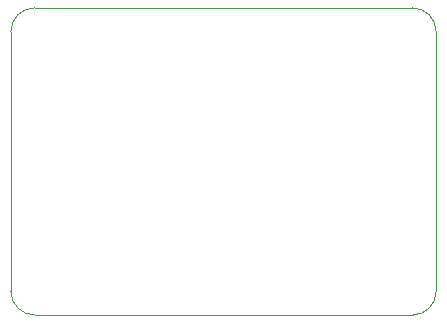
<source format=gm1>
G04 #@! TF.GenerationSoftware,KiCad,Pcbnew,5.1.9+dfsg1-1*
G04 #@! TF.CreationDate,2023-01-27T16:49:02+09:00*
G04 #@! TF.ProjectId,bottom,626f7474-6f6d-42e6-9b69-6361645f7063,rev?*
G04 #@! TF.SameCoordinates,Original*
G04 #@! TF.FileFunction,Profile,NP*
%FSLAX46Y46*%
G04 Gerber Fmt 4.6, Leading zero omitted, Abs format (unit mm)*
G04 Created by KiCad (PCBNEW 5.1.9+dfsg1-1) date 2023-01-27 16:49:02*
%MOMM*%
%LPD*%
G01*
G04 APERTURE LIST*
G04 #@! TA.AperFunction,Profile*
%ADD10C,0.050000*%
G04 #@! TD*
G04 APERTURE END LIST*
D10*
X98000000Y-106000000D02*
G75*
G02*
X96000000Y-108000000I-2000000J0D01*
G01*
X98000000Y-84000000D02*
X98000000Y-106000000D01*
X64000000Y-108000000D02*
X96000000Y-108000000D01*
X62000000Y-84000000D02*
X62000000Y-106000000D01*
X64000000Y-108000000D02*
G75*
G02*
X62000000Y-106000000I0J2000000D01*
G01*
X64000000Y-82000000D02*
X96000000Y-82000000D01*
X96000000Y-82000000D02*
G75*
G02*
X98000000Y-84000000I0J-2000000D01*
G01*
X62000000Y-84000000D02*
G75*
G02*
X64000000Y-82000000I2000000J0D01*
G01*
M02*

</source>
